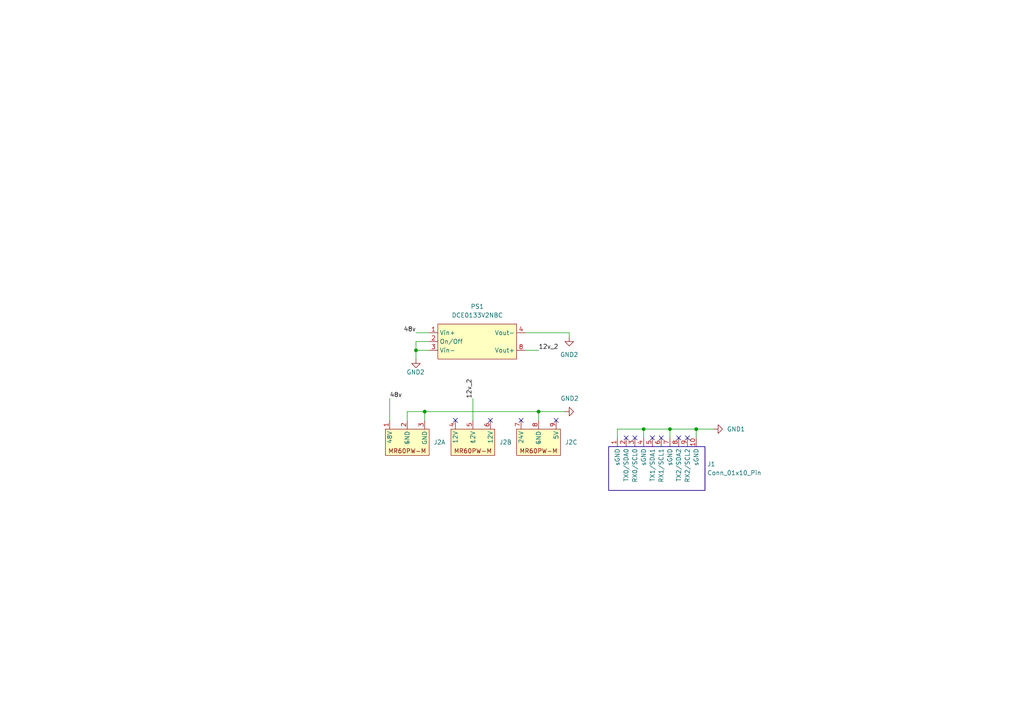
<source format=kicad_sch>
(kicad_sch (version 20231120) (generator "eeschema") (generator_version "8.0")
  (paper "A4")
  (title_block (title "Scope 2 48V to 12V Converter - Bus 1") (date "2024-03-06") (rev "V0.5") (company "Kelpie Robotics"))
  (lib_symbols
    (symbol "2024-backplane:Backplane_Card_Edge"
      (property "Reference" "J" (at -10.16 -15.24 0))
      (symbol "Backplane_Card_Edge_0_1"
        (rectangle (start -12.7 0) (end 15.24 -12.7))
      )
      (symbol "Backplane_Card_Edge_1_1"
        (pin bidirectional line (at -10.16 2.54 270) (length 2.54) (name "sGND") (number "1"))
        (pin bidirectional line (at 12.7 2.54 270) (length 2.54) (name "sGND") (number "10"))
        (pin bidirectional line (at -7.62 2.54 270) (length 2.54) (name "TX0/SDA0") (number "2"))
        (pin bidirectional line (at -5.08 2.54 270) (length 2.54) (name "RX0/SCL0") (number "3"))
        (pin bidirectional line (at -2.54 2.54 270) (length 2.54) (name "sGND") (number "4"))
        (pin bidirectional line (at 0 2.54 270) (length 2.54) (name "TX1/SDA1") (number "5"))
        (pin bidirectional line (at 2.54 2.54 270) (length 2.54) (name "RX1/SCL1") (number "6"))
        (pin bidirectional line (at 5.08 2.54 270) (length 2.54) (name "sGND") (number "7"))
        (pin bidirectional line (at 7.62 2.54 270) (length 2.54) (name "TX2/SDA2") (number "8"))
        (pin bidirectional line (at 10.16 2.54 270) (length 2.54) (name "RX2/SCL2") (number "9"))
      )
    )
    (symbol "2024-backplane:MR60PW-M_X3"
      (property "Reference" "J" (at -3.81 11.43 0))
      (symbol "MR60PW-M_X3_1_1"
        (rectangle (start -10.16 10.16) (end 2.54 2.54) (fill (type background)))
        (text "MR60PW-M\n" (at -3.81 8.89 0) (effects (font (size 1.27 1.27))))
        (pin bidirectional line (at -8.89 0 90) (length 2.54) (name "48V") (number "1"))
        (pin bidirectional line (at -3.81 0 90) (length 2.54) (name "GND") (number "2"))
        (pin bidirectional line (at 1.27 0 90) (length 2.54) (name "GND") (number "3"))
      )
      (symbol "MR60PW-M_X3_2_1"
        (rectangle (start -10.16 10.16) (end 2.54 2.54) (fill (type background)))
        (text "MR60PW-M\n" (at -3.81 8.89 0) (effects (font (size 1.27 1.27))))
        (pin bidirectional line (at -8.89 0 90) (length 2.54) (name "12V") (number "4"))
        (pin bidirectional line (at -3.81 0 90) (length 2.54) (name "12V") (number "5"))
        (pin bidirectional line (at 1.27 0 90) (length 2.54) (name "12V") (number "6"))
      )
      (symbol "MR60PW-M_X3_3_1"
        (rectangle (start -10.16 10.16) (end 2.54 2.54) (fill (type background)))
        (text "MR60PW-M\n" (at -3.81 8.89 0) (effects (font (size 1.27 1.27))))
        (pin bidirectional line (at -8.89 0 90) (length 2.54) (name "24V") (number "7"))
        (pin bidirectional line (at -3.81 0 90) (length 2.54) (name "GND") (number "8"))
        (pin bidirectional line (at 1.27 0 90) (length 2.54) (name "5V") (number "9"))
      )
    )
    (symbol "2024-power:Murata_DCE0133V2NBC"
      (property "Reference" "PS" (at 1.27 16.51 0))
      (property "Value" "DCE0133V2NBC" (at 11.43 -1.27 0))
      (symbol "Murata_DCE0133V2NBC_1_1"
        (rectangle (start 0 10.16) (end 22.86 0) (fill (type background)))
        (pin power_in line (at -2.54 7.62 0) (length 2.54) (name "Vin+") (number "1"))
        (pin input line (at -2.54 5.08 0) (length 2.54) (name "On/Off") (number "2"))
        (pin power_in line (at -2.54 2.54 0) (length 2.54) (name "Vin-") (number "3"))
        (pin power_out line (at 25.4 7.62 180) (length 2.54) (name "Vout-") (number "4"))
        (pin power_out line (at 25.4 2.54 180) (length 2.54) (name "Vout+") (number "8"))
      )
    )
    (symbol "MR60PW-M_X3_1"
      (property "Reference" "J" (at -3.81 11.43 0))
      (symbol "MR60PW-M_X3_1_1_1"
        (rectangle (start -10.16 10.16) (end 2.54 2.54) (fill (type background)))
        (text "MR60PW-M\n" (at -3.81 8.89 0) (effects (font (size 1.27 1.27))))
        (pin bidirectional line (at -8.89 0 90) (length 2.54) (name "48V") (number "1"))
        (pin bidirectional line (at -3.81 0 90) (length 2.54) (name "GND") (number "2"))
        (pin bidirectional line (at 1.27 0 90) (length 2.54) (name "GND") (number "3"))
      )
      (symbol "MR60PW-M_X3_1_2_1"
        (rectangle (start -10.16 10.16) (end 2.54 2.54) (fill (type background)))
        (text "MR60PW-M\n" (at -3.81 8.89 0) (effects (font (size 1.27 1.27))))
        (pin bidirectional line (at -8.89 0 90) (length 2.54) (name "12V") (number "4"))
        (pin bidirectional line (at -3.81 0 90) (length 2.54) (name "12V") (number "5"))
        (pin bidirectional line (at 1.27 0 90) (length 2.54) (name "12V") (number "6"))
      )
      (symbol "MR60PW-M_X3_1_3_1"
        (rectangle (start -10.16 10.16) (end 2.54 2.54) (fill (type background)))
        (text "MR60PW-M\n" (at -3.81 8.89 0) (effects (font (size 1.27 1.27))))
        (pin bidirectional line (at -8.89 0 90) (length 2.54) (name "24V") (number "7"))
        (pin bidirectional line (at -3.81 0 90) (length 2.54) (name "GND") (number "8"))
        (pin bidirectional line (at 1.27 0 90) (length 2.54) (name "5V") (number "9"))
      )
    )
    (symbol "power:GND1" (power) (pin_names (offset 0))
      (property "Value" "GND1" (at 0 -3.81 0))
      (symbol "GND1_0_1"
        (polyline (pts (xy 0 0) (xy 0 -1.27) (xy 1.27 -1.27) (xy 0 -2.54) (xy -1.27 -1.27) (xy 0 -1.27)))
      )
      (symbol "GND1_1_1"
        (pin power_in line (at 0 0 270) (length 0) hide (name "GND1") (number "1"))
      )
    )
    (symbol "power:GND2" (power) (pin_names (offset 0))
      (property "Value" "GND2" (at 0 -3.81 0))
      (symbol "GND2_0_1"
        (polyline (pts (xy 0 0) (xy 0 -1.27) (xy 1.27 -1.27) (xy 0 -2.54) (xy -1.27 -1.27) (xy 0 -1.27)))
      )
      (symbol "GND2_1_1"
        (pin power_in line (at 0 0 270) (length 0) hide (name "GND2") (number "1"))
      )
    )
  )
  (junction (at 120.65 101.6))
  (junction (at 186.69 124.46))
  (junction (at 156.21 119.38))
  (junction (at 201.93 124.46))
  (junction (at 123.19 119.38))
  (junction (at 194.31 124.46))
  (no_connect (at 161.29 121.92))
  (no_connect (at 151.13 121.92))
  (no_connect (at 199.39 127))
  (no_connect (at 181.61 127))
  (no_connect (at 184.15 127))
  (no_connect (at 191.77 127))
  (no_connect (at 189.23 127))
  (no_connect (at 142.24 121.92))
  (no_connect (at 132.08 121.92))
  (no_connect (at 196.85 127))
  (wire (pts (xy 165.1 96.52) (xy 165.1 97.79)))
  (wire (pts (xy 118.11 119.38) (xy 118.11 121.92)))
  (wire (pts (xy 194.31 124.46) (xy 201.93 124.46)))
  (wire (pts (xy 152.4 96.52) (xy 165.1 96.52)))
  (wire (pts (xy 179.07 124.46) (xy 186.69 124.46)))
  (wire (pts (xy 124.46 101.6) (xy 120.65 101.6)))
  (wire (pts (xy 124.46 99.06) (xy 120.65 99.06)))
  (wire (pts (xy 118.11 119.38) (xy 123.19 119.38)))
  (wire (pts (xy 120.65 96.52) (xy 124.46 96.52)))
  (wire (pts (xy 156.21 119.38) (xy 156.21 121.92)))
  (wire (pts (xy 179.07 127) (xy 179.07 124.46)))
  (wire (pts (xy 186.69 127) (xy 186.69 124.46)))
  (wire (pts (xy 201.93 124.46) (xy 207.01 124.46)))
  (wire (pts (xy 123.19 119.38) (xy 156.21 119.38)))
  (wire (pts (xy 137.16 115.57) (xy 137.16 121.92)))
  (wire (pts (xy 120.65 101.6) (xy 120.65 104.14)))
  (wire (pts (xy 152.4 101.6) (xy 156.21 101.6)))
  (wire (pts (xy 113.03 115.57) (xy 113.03 121.92)))
  (wire (pts (xy 123.19 121.92) (xy 123.19 119.38)))
  (wire (pts (xy 201.93 127) (xy 201.93 124.46)))
  (wire (pts (xy 156.21 119.38) (xy 163.83 119.38)))
  (wire (pts (xy 186.69 124.46) (xy 194.31 124.46)))
  (wire (pts (xy 120.65 99.06) (xy 120.65 101.6)))
  (wire (pts (xy 194.31 127) (xy 194.31 124.46)))
  (rectangle (start 176.53 129.54) (end 204.47 142.24))
  (label "48v" (at 120.65 96.52 180))
  (label "12v_2" (at 156.21 101.6 0))
  (label "12v_2" (at 137.16 115.57 90))
  (label "48v" (at 113.03 115.57 0))
  (symbol (lib_id "2024-power:Murata_DCE0133V2NBC") (at 127 104.14 0) (unit 1)
    (property "Reference" "PS1" (at 138.43 88.9 0))
    (property "Value" "DCE0133V2NBC" (at 138.43 91.44 0))
    (property "Footprint" "2024-power:Murata DCE0133V2NBC" (effects (hide yes)))
    (property "Datasheet" "https://www.murata.com/products/productdata/8807028916254/dse-dae-dce.pdf" (effects (hide yes)))
  )
  (symbol (lib_id "power:GND2") (at 165.1 97.79 0) (unit 1)
    (property "Reference" "#PWR07" (effects (hide yes)))
    (property "Value" "GND2" (at 165.1 102.87 0))
  )
  (symbol (lib_name "MR60PW-M_X3_1") (lib_id "2024-backplane:MR60PW-M_X3") (at 121.92 121.92 0) (mirror x) (unit 1)
    (property "Reference" "J2" (at 125.73 128.27 0) (effects (justify left)))
    (property "Value" "~" (at 118.11 128.27 0))
    (property "Footprint" "2024-backplane:MR60PW-M_X3" (effects (hide yes)))
    (property "Datasheet" "https://www.tme.com/Document/fd4b3517709a946d7b01cf4810656931/MR60PW-M.pdf" (effects (hide yes)))
  )
  (symbol (lib_id "2024-backplane:MR60PW-M_X3") (at 140.97 121.92 0) (mirror x) (unit 2)
    (property "Reference" "J2" (at 144.78 128.27 0) (effects (justify left)))
    (property "Value" "~" (at 137.16 128.27 0))
    (property "Footprint" "2024-backplane:MR60PW-M_X3" (effects (hide yes)))
    (property "Datasheet" "https://www.tme.com/Document/fd4b3517709a946d7b01cf4810656931/MR60PW-M.pdf" (effects (hide yes)))
  )
  (symbol (lib_id "2024-backplane:Backplane_Card_Edge") (at 189.23 129.54 0) (unit 1)
    (property "Reference" "J1" (at 205.105 134.62 0) (effects (justify left)))
    (property "Value" "Conn_01x10_Pin" (at 205.105 137.16 0) (effects (justify left)))
    (property "Footprint" "2024-backplane:CardEdge_2x10" (effects (hide yes)))
  )
  (symbol (lib_id "2024-backplane:MR60PW-M_X3") (at 160.02 121.92 0) (mirror x) (unit 3)
    (property "Reference" "J2" (at 163.83 128.27 0) (effects (justify left)))
    (property "Value" "~" (at 156.21 128.27 0))
    (property "Footprint" "2024-backplane:MR60PW-M_X3" (effects (hide yes)))
    (property "Datasheet" "https://www.tme.com/Document/fd4b3517709a946d7b01cf4810656931/MR60PW-M.pdf" (effects (hide yes)))
  )
  (symbol (lib_id "power:GND2") (at 120.65 104.14 0) (unit 1)
    (property "Reference" "#PWR06" (effects (hide yes)))
    (property "Value" "GND2" (at 123.19 107.95 0) (effects (justify right)))
  )
  (symbol (lib_id "power:GND1") (at 207.01 124.46 90) (unit 1)
    (property "Reference" "#PWR01" (effects (hide yes)))
    (property "Value" "GND1" (at 210.82 124.46 90) (effects (justify right)))
  )
  (symbol (lib_id "power:GND2") (at 163.83 119.38 90) (unit 1)
    (property "Reference" "#PWR02" (effects (hide yes)))
    (property "Value" "GND2" (at 162.56 115.57 90) (effects (justify right)))
  )
)
</source>
